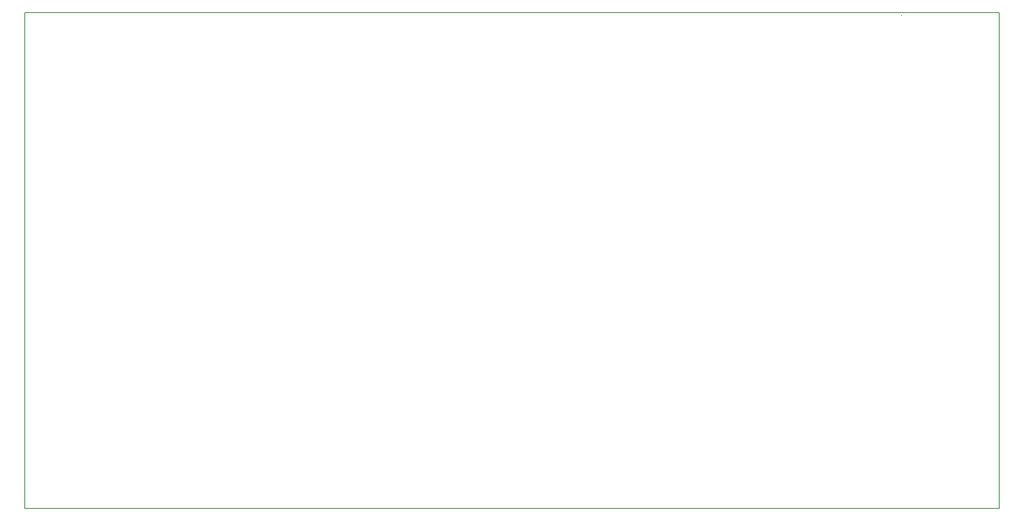
<source format=gm1>
G04*
G04 #@! TF.GenerationSoftware,Altium Limited,Altium Designer,19.0.12 (326)*
G04*
G04 Layer_Color=16711935*
%FSLAX24Y24*%
%MOIN*%
G70*
G01*
G75*
%ADD10C,0.0079*%
%ADD14C,0.0060*%
D10*
X88414Y129234D02*
X88430Y129250D01*
X88414Y129234D02*
X88430Y129250D01*
D14*
X96180Y121566D02*
Y129440D01*
X18750D02*
X96180D01*
X18750Y127140D02*
Y129440D01*
Y121566D02*
Y127140D01*
Y90070D02*
Y121566D01*
Y90070D02*
X96180D01*
X96180Y121566D02*
X96180Y90070D01*
X96180Y121566D02*
Y129440D01*
X18750D02*
X96180D01*
X18750Y127140D02*
Y129440D01*
Y121566D02*
Y127140D01*
Y90070D02*
Y121566D01*
Y90070D02*
X96180D01*
X96180Y121566D02*
X96180Y90070D01*
M02*

</source>
